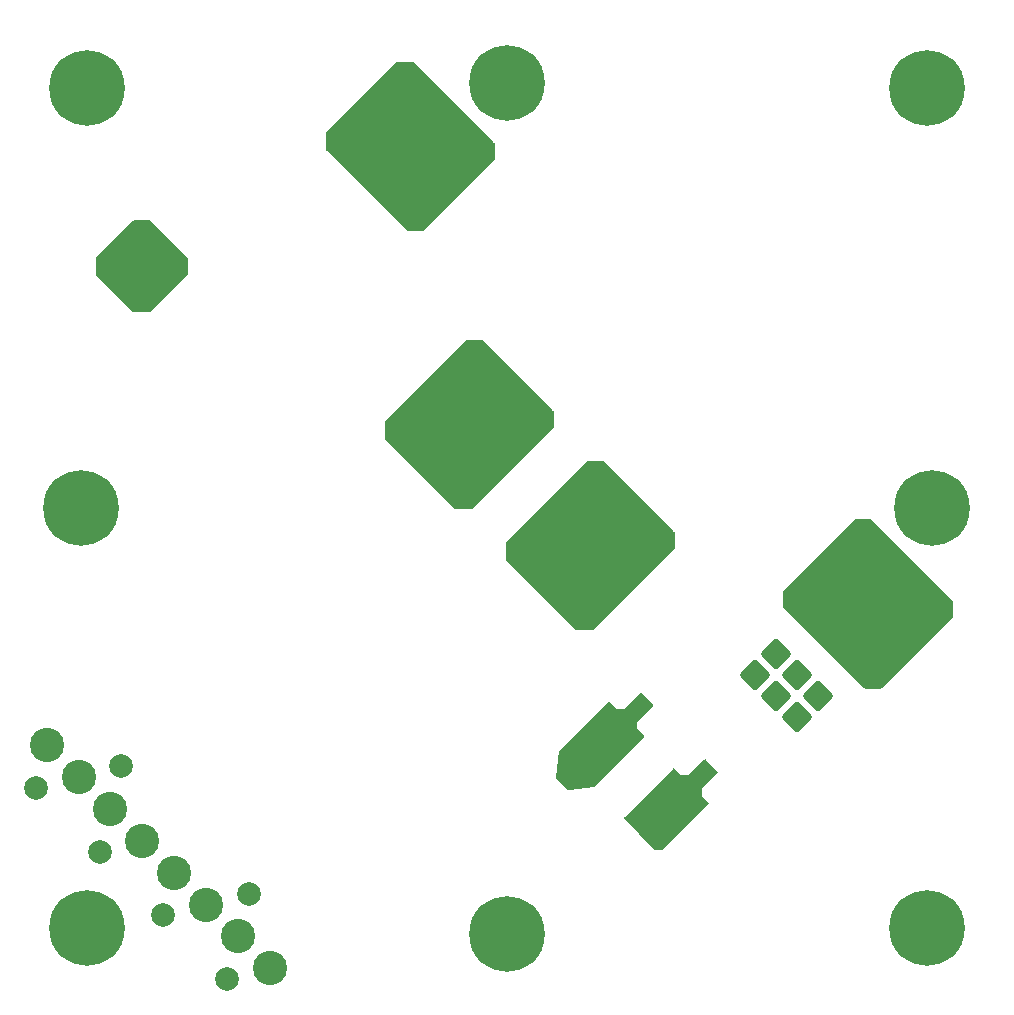
<source format=gbr>
G04 #@! TF.GenerationSoftware,KiCad,Pcbnew,5.99.0-unknown-43001cae3~104~ubuntu18.04.1*
G04 #@! TF.CreationDate,2020-11-12T23:28:15+01:00*
G04 #@! TF.ProjectId,QFHMIX01C,5146484d-4958-4303-9143-2e6b69636164,REV 0.2*
G04 #@! TF.SameCoordinates,Original*
G04 #@! TF.FileFunction,Soldermask,Top*
G04 #@! TF.FilePolarity,Negative*
%FSLAX45Y45*%
G04 Gerber Fmt 4.5, Leading zero omitted, Abs format (unit mm)*
G04 Created by KiCad (PCBNEW 5.99.0-unknown-43001cae3~104~ubuntu18.04.1) date 2020-11-12 23:28:15*
%MOMM*%
%LPD*%
G01*
G04 APERTURE LIST*
G04 Aperture macros list*
%AMRoundRect*
0 Rectangle with rounded corners*
0 $1 Rounding radius*
0 $2 $3 $4 $5 $6 $7 $8 $9 X,Y pos of 4 corners*
0 Add a 4 corners polygon primitive as box body*
4,1,4,$2,$3,$4,$5,$6,$7,$8,$9,$2,$3,0*
0 Add four circle primitives for the rounded corners*
1,1,$1+$1,$2,$3,0*
1,1,$1+$1,$4,$5,0*
1,1,$1+$1,$6,$7,0*
1,1,$1+$1,$8,$9,0*
0 Add four rect primitives between the rounded corners*
20,1,$1+$1,$2,$3,$4,$5,0*
20,1,$1+$1,$4,$5,$6,$7,0*
20,1,$1+$1,$6,$7,$8,$9,0*
20,1,$1+$1,$8,$9,$2,$3,0*%
G04 Aperture macros list end*
%ADD10C,2.000000*%
%ADD11C,2.900000*%
%ADD12RoundRect,0.200000X0.000000X1.077631X-1.077631X0.000000X0.000000X-1.077631X1.077631X0.000000X0*%
%ADD13C,6.400000*%
G04 APERTURE END LIST*
D10*
X12631949Y-12984497D03*
X12815089Y-12262541D03*
X11015503Y-11368051D03*
X11737459Y-11184910D03*
X12093133Y-12445682D03*
X11554318Y-11906866D03*
D11*
X12992927Y-12892927D03*
X12723519Y-12623519D03*
X12454111Y-12354111D03*
X12184704Y-12084704D03*
X11915296Y-11815296D03*
X11645888Y-11545888D03*
X11376481Y-11276481D03*
X11107073Y-11007073D03*
D12*
X17639408Y-10589803D03*
X17459803Y-10769408D03*
X17459803Y-10410197D03*
X17280197Y-10589803D03*
X17280197Y-10230592D03*
X17100592Y-10410197D03*
D13*
X18556000Y-12556000D03*
X18556000Y-5444000D03*
X11444000Y-12556000D03*
X15000000Y-12600000D03*
X15000000Y-5400000D03*
X18600000Y-9000000D03*
X11400000Y-9000000D03*
X11444000Y-5444000D03*
G36*
X18088205Y-9095109D02*
G01*
X18090302Y-9096799D01*
X18772350Y-9778847D01*
X18775753Y-9785079D01*
X18776041Y-9787757D01*
X18776041Y-9918740D01*
X18774041Y-9925552D01*
X18772350Y-9927650D01*
X18178691Y-10521310D01*
X18172459Y-10524712D01*
X18169781Y-10525000D01*
X18038798Y-10525000D01*
X18031986Y-10523000D01*
X18029888Y-10521310D01*
X17347840Y-9839261D01*
X17344437Y-9833030D01*
X17344150Y-9830352D01*
X17344150Y-9699369D01*
X17346150Y-9692557D01*
X17347840Y-9690459D01*
X17941500Y-9096799D01*
X17947731Y-9093397D01*
X17950409Y-9093109D01*
X18081393Y-9093109D01*
X18088205Y-9095109D01*
G37*
G36*
X15825552Y-8600959D02*
G01*
X15827650Y-8602650D01*
X16421309Y-9196310D01*
X16424712Y-9202541D01*
X16425000Y-9205219D01*
X16425000Y-9336202D01*
X16423000Y-9343015D01*
X16421309Y-9345112D01*
X15739261Y-10027160D01*
X15733030Y-10030563D01*
X15730352Y-10030851D01*
X15599369Y-10030851D01*
X15592556Y-10028850D01*
X15590459Y-10027160D01*
X14996799Y-9433500D01*
X14993397Y-9427269D01*
X14993109Y-9424591D01*
X14993109Y-9293607D01*
X14995109Y-9286795D01*
X14996799Y-9284698D01*
X15678847Y-8602650D01*
X15685079Y-8599247D01*
X15687757Y-8598959D01*
X15818740Y-8598959D01*
X15825552Y-8600959D01*
G37*
G36*
X14800552Y-7575959D02*
G01*
X14802650Y-7577650D01*
X15396309Y-8171309D01*
X15399712Y-8177541D01*
X15400000Y-8180219D01*
X15400000Y-8311202D01*
X15398000Y-8318014D01*
X15396309Y-8320112D01*
X14714261Y-9002160D01*
X14708030Y-9005563D01*
X14705352Y-9005851D01*
X14574369Y-9005851D01*
X14567556Y-9003850D01*
X14565459Y-9002160D01*
X13971799Y-8408500D01*
X13968397Y-8402269D01*
X13968109Y-8399591D01*
X13968109Y-8268607D01*
X13970109Y-8261795D01*
X13971799Y-8259698D01*
X14653847Y-7577650D01*
X14660079Y-7574247D01*
X14662757Y-7573959D01*
X14793740Y-7573959D01*
X14800552Y-7575959D01*
G37*
G36*
X11983395Y-6562381D02*
G01*
X11985492Y-6564071D01*
X12296309Y-6874888D01*
X12299712Y-6881119D01*
X12300000Y-6883798D01*
X12300000Y-7014781D01*
X12298000Y-7021593D01*
X12296309Y-7023690D01*
X11985492Y-7334508D01*
X11979261Y-7337910D01*
X11976583Y-7338198D01*
X11845600Y-7338198D01*
X11838787Y-7336198D01*
X11836690Y-7334508D01*
X11525873Y-7023690D01*
X11522470Y-7017459D01*
X11522182Y-7014781D01*
X11522182Y-6883798D01*
X11524183Y-6876985D01*
X11525873Y-6874888D01*
X11836690Y-6564071D01*
X11842921Y-6560668D01*
X11845600Y-6560381D01*
X11976583Y-6560381D01*
X11983395Y-6562381D01*
G37*
G36*
X14213205Y-5220109D02*
G01*
X14215302Y-5221799D01*
X14897350Y-5903847D01*
X14900753Y-5910079D01*
X14901041Y-5912757D01*
X14901041Y-6043740D01*
X14899041Y-6050552D01*
X14897350Y-6052650D01*
X14303690Y-6646309D01*
X14297459Y-6649712D01*
X14294781Y-6650000D01*
X14163798Y-6650000D01*
X14156985Y-6648000D01*
X14154888Y-6646309D01*
X13472840Y-5964261D01*
X13469437Y-5958030D01*
X13469149Y-5955352D01*
X13469149Y-5824369D01*
X13471150Y-5817556D01*
X13472840Y-5815459D01*
X14066500Y-5221799D01*
X14072731Y-5218397D01*
X14075409Y-5218109D01*
X14206393Y-5218109D01*
X14213205Y-5220109D01*
G37*
G36*
X16684266Y-11125876D02*
G01*
X16688772Y-11128772D01*
X16784091Y-11224090D01*
X16787493Y-11230322D01*
X16786987Y-11237403D01*
X16784091Y-11241909D01*
X16652860Y-11373140D01*
X16651579Y-11375486D01*
X16651579Y-11429178D01*
X16652332Y-11431743D01*
X16706339Y-11485750D01*
X16709742Y-11491982D01*
X16709235Y-11499063D01*
X16706370Y-11503539D01*
X16327074Y-11885442D01*
X16320854Y-11888866D01*
X16317969Y-11889162D01*
X16250915Y-11888286D01*
X16244130Y-11886197D01*
X16241924Y-11884344D01*
X15998852Y-11627276D01*
X15995625Y-11620952D01*
X15996329Y-11613887D01*
X15999097Y-11609709D01*
X16405788Y-11203019D01*
X16412019Y-11199616D01*
X16419101Y-11200123D01*
X16423607Y-11203019D01*
X16480592Y-11260003D01*
X16482938Y-11261284D01*
X16536630Y-11261284D01*
X16539195Y-11260531D01*
X16670953Y-11128772D01*
X16677185Y-11125370D01*
X16684266Y-11125876D01*
G37*
G36*
X16139403Y-10561013D02*
G01*
X16143909Y-10563910D01*
X16239228Y-10659228D01*
X16242630Y-10665459D01*
X16242124Y-10672540D01*
X16239228Y-10677047D01*
X16107997Y-10808277D01*
X16106716Y-10810623D01*
X16106716Y-10864316D01*
X16107469Y-10866880D01*
X16161446Y-10920857D01*
X16164848Y-10927088D01*
X16164342Y-10934170D01*
X16161446Y-10938676D01*
X15748972Y-11351150D01*
X15742069Y-11354679D01*
X15533248Y-11388360D01*
X15526205Y-11387470D01*
X15522333Y-11384830D01*
X15425086Y-11287584D01*
X15421683Y-11281352D01*
X15421468Y-11277325D01*
X15445095Y-11057928D01*
X15447813Y-11051370D01*
X15448713Y-11050368D01*
X15860925Y-10638156D01*
X15867157Y-10634753D01*
X15874238Y-10635260D01*
X15878744Y-10638156D01*
X15935729Y-10695140D01*
X15938075Y-10696421D01*
X15991767Y-10696421D01*
X15994332Y-10695668D01*
X16126090Y-10563910D01*
X16132322Y-10560507D01*
X16139403Y-10561013D01*
G37*
M02*

</source>
